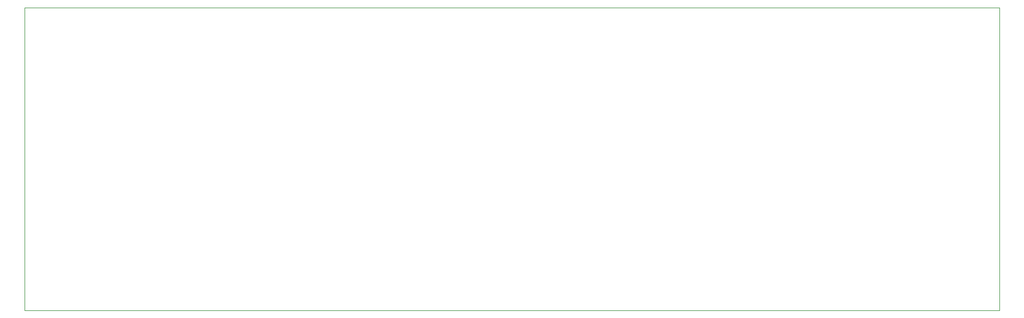
<source format=gm1>
G04 #@! TF.GenerationSoftware,KiCad,Pcbnew,5.1.4-5.1.4*
G04 #@! TF.CreationDate,2019-09-03T08:09:01+02:00*
G04 #@! TF.ProjectId,nixieclock-in18,6e697869-6563-46c6-9f63-6b2d696e3138,rev?*
G04 #@! TF.SameCoordinates,Original*
G04 #@! TF.FileFunction,Profile,NP*
%FSLAX46Y46*%
G04 Gerber Fmt 4.6, Leading zero omitted, Abs format (unit mm)*
G04 Created by KiCad (PCBNEW 5.1.4-5.1.4) date 2019-09-03 08:09:01*
%MOMM*%
%LPD*%
G04 APERTURE LIST*
%ADD10C,0.050000*%
G04 APERTURE END LIST*
D10*
X91440000Y-97790000D02*
X91440000Y-50800000D01*
X242570000Y-97790000D02*
X91440000Y-97790000D01*
X242570000Y-50800000D02*
X242570000Y-97790000D01*
X91440000Y-50800000D02*
X242570000Y-50800000D01*
M02*

</source>
